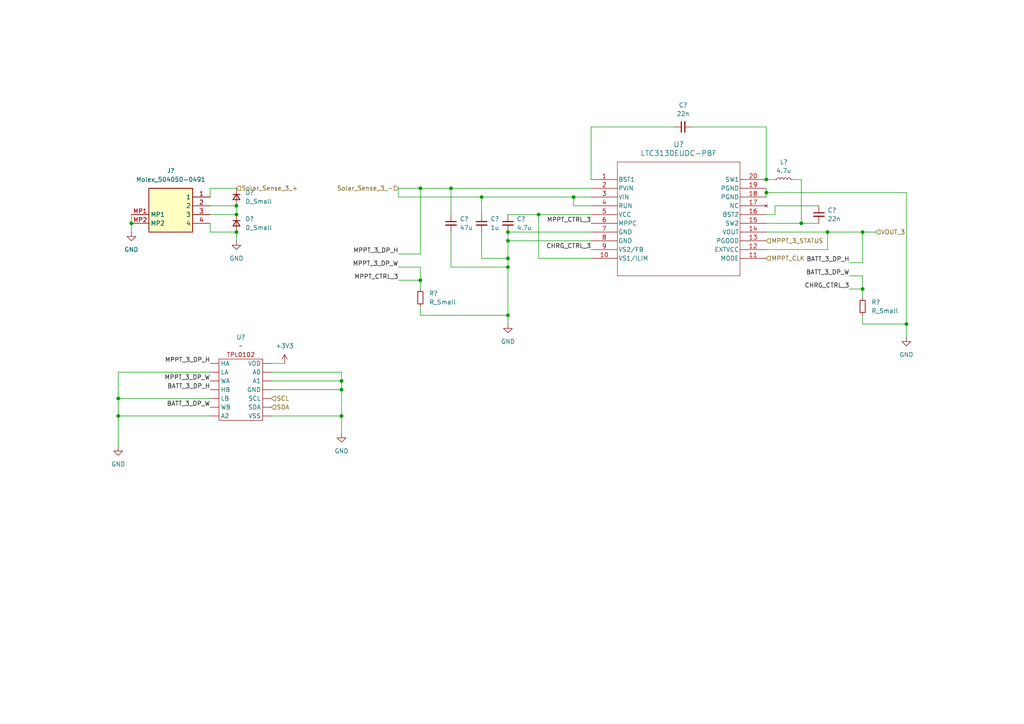
<source format=kicad_sch>
(kicad_sch (version 20231120) (generator "eeschema") (generator_version "8.0")
  (paper "A4")
  (lib_symbols
    (symbol "Device:C_Small" (pin_numbers hide) (pin_names (offset 0.254) hide)
      (property "Reference" "C" (at 0.254 1.778 0))
      (property "Value" "C_Small" (at 0.254 -2.032 0))
      (symbol "C_Small_0_1"
        (polyline (pts (xy -1.524 -0.508) (xy 1.524 -0.508)) (stroke (width 0.3302)))
        (polyline (pts (xy -1.524 0.508) (xy 1.524 0.508)) (stroke (width 0.3048)))
      )
      (symbol "C_Small_1_1"
        (pin passive line (at 0 2.54 270) (length 2.032) (name "~") (number "1"))
        (pin passive line (at 0 -2.54 90) (length 2.032) (name "~") (number "2"))
      )
    )
    (symbol "Device:D_Small" (pin_numbers hide) (pin_names (offset 0.254) hide)
      (property "Reference" "D" (at -1.27 2.032 0))
      (property "Value" "D_Small" (at -3.81 -2.032 0))
      (symbol "D_Small_0_1"
        (polyline (pts (xy -0.762 -1.016) (xy -0.762 1.016)) (stroke (width 0.254)))
        (polyline (pts (xy -0.762 0) (xy 0.762 0)))
        (polyline (pts (xy 0.762 -1.016) (xy -0.762 0) (xy 0.762 1.016) (xy 0.762 -1.016)) (stroke (width 0.254)))
      )
      (symbol "D_Small_1_1"
        (pin passive line (at -2.54 0 0) (length 1.778) (name "K") (number "1"))
        (pin passive line (at 2.54 0 180) (length 1.778) (name "A") (number "2"))
      )
    )
    (symbol "Device:L_Small" (pin_numbers hide) (pin_names (offset 0.254) hide)
      (property "Reference" "L" (at 0.762 1.016 0))
      (property "Value" "L_Small" (at 0.762 -1.016 0))
      (symbol "L_Small_0_1"
        (arc (start 0 -2.032) (mid 0.5058 -1.524) (end 0 -1.016))
        (arc (start 0 -1.016) (mid 0.5058 -0.508) (end 0 0))
        (arc (start 0 0) (mid 0.5058 0.508) (end 0 1.016))
        (arc (start 0 1.016) (mid 0.5058 1.524) (end 0 2.032))
      )
      (symbol "L_Small_1_1"
        (pin passive line (at 0 2.54 270) (length 0.508) (name "~") (number "1"))
        (pin passive line (at 0 -2.54 90) (length 0.508) (name "~") (number "2"))
      )
    )
    (symbol "Device:R_Small" (pin_numbers hide) (pin_names (offset 0.254) hide)
      (property "Reference" "R" (at 0.762 0.508 0))
      (property "Value" "R_Small" (at 0.762 -1.016 0))
      (symbol "R_Small_0_1"
        (rectangle (start -0.762 1.778) (end 0.762 -1.778) (stroke (width 0.2032)))
      )
      (symbol "R_Small_1_1"
        (pin passive line (at 0 2.54 270) (length 0.762) (name "~") (number "1"))
        (pin passive line (at 0 -2.54 90) (length 0.762) (name "~") (number "2"))
      )
    )
    (symbol "LTC3130:LTC3130EUDC-PBF" (pin_names (offset 0.254))
      (property "Reference" "U" (at 25.4 10.16 0))
      (property "Value" "LTC3130EUDC-PBF" (at 25.4 7.62 0))
      (symbol "LTC3130EUDC-PBF_0_1"
        (polyline (pts (xy 7.62 -27.94) (xy 43.18 -27.94)) (stroke (width 0.127)))
        (polyline (pts (xy 7.62 5.08) (xy 7.62 -27.94)) (stroke (width 0.127)))
        (polyline (pts (xy 43.18 -27.94) (xy 43.18 5.08)) (stroke (width 0.127)))
        (polyline (pts (xy 43.18 5.08) (xy 7.62 5.08)) (stroke (width 0.127)))
        (pin unspecified line (at 0 0 0) (length 7.62) (name "BST1") (number "1"))
        (pin bidirectional line (at 0 -22.86 0) (length 7.62) (name "VS1/ILIM") (number "10"))
        (pin unspecified line (at 50.8 -22.86 180) (length 7.62) (name "MODE") (number "11"))
        (pin input line (at 50.8 -20.32 180) (length 7.62) (name "EXTVCC") (number "12"))
        (pin output line (at 50.8 -17.78 180) (length 7.62) (name "PGOOD") (number "13"))
        (pin output line (at 50.8 -15.24 180) (length 7.62) (name "VOUT") (number "14"))
        (pin unspecified line (at 50.8 -12.7 180) (length 7.62) (name "SW2") (number "15"))
        (pin unspecified line (at 50.8 -10.16 180) (length 7.62) (name "BST2") (number "16"))
        (pin no_connect line (at 50.8 -7.62 180) (length 7.62) (name "NC") (number "17"))
        (pin power_out line (at 50.8 -5.08 180) (length 7.62) (name "PGND") (number "18"))
        (pin power_out line (at 50.8 -2.54 180) (length 7.62) (name "PGND") (number "19"))
        (pin input line (at 0 -2.54 0) (length 7.62) (name "PVIN") (number "2"))
        (pin unspecified line (at 50.8 0 180) (length 7.62) (name "SW1") (number "20"))
        (pin input line (at 0 -5.08 0) (length 7.62) (name "VIN") (number "3"))
        (pin input line (at 0 -7.62 0) (length 7.62) (name "RUN") (number "4"))
        (pin power_in line (at 0 -10.16 0) (length 7.62) (name "VCC") (number "5"))
        (pin unspecified line (at 0 -12.7 0) (length 7.62) (name "MPPC") (number "6"))
        (pin power_out line (at 0 -15.24 0) (length 7.62) (name "GND") (number "7"))
        (pin power_out line (at 0 -17.78 0) (length 7.62) (name "GND") (number "8"))
        (pin bidirectional line (at 0 -20.32 0) (length 7.62) (name "VS2/FB") (number "9"))
      )
    )
    (symbol "power:+3V3" (power) (pin_numbers hide) (pin_names (offset 0) hide)
      (property "Value" "+3V3" (at 0 3.556 0))
      (symbol "+3V3_0_1"
        (polyline (pts (xy -0.762 1.27) (xy 0 2.54)))
        (polyline (pts (xy 0 0) (xy 0 2.54)))
        (polyline (pts (xy 0 2.54) (xy 0.762 1.27)))
      )
      (symbol "+3V3_1_1"
        (pin power_in line (at 0 0 90) (length 0) (name "~") (number "1"))
      )
    )
    (symbol "power:GND" (power) (pin_numbers hide) (pin_names (offset 0) hide)
      (property "Value" "GND" (at 0 -3.81 0))
      (symbol "GND_0_1"
        (polyline (pts (xy 0 0) (xy 0 -1.27) (xy 1.27 -1.27) (xy 0 -2.54) (xy -1.27 -1.27) (xy 0 -1.27)))
      )
      (symbol "GND_1_1"
        (pin power_in line (at 0 0 270) (length 0) (name "~") (number "1"))
      )
    )
    (symbol "power_board_symbols:TPL0102"
      (property "Reference" "U" (at 0 0 0))
      (symbol "TPL0102_0_1"
        (rectangle (start -6.35 8.89) (end 6.35 -8.89))
      )
      (symbol "TPL0102_1_1"
        (text "TPL0102" (at 0 10.16 0) (effects (font (size 1.27 1.27))))
        (pin input line (at 8.89 5.08 180) (length 2.54) (name "A0") (number ""))
        (pin input line (at 8.89 2.54 180) (length 2.54) (name "A1") (number ""))
        (pin output line (at -8.89 -7.62 0) (length 2.54) (name "A2") (number ""))
        (pin input line (at 8.89 0 180) (length 2.54) (name "GND") (number ""))
        (pin input line (at -8.89 7.62 0) (length 2.54) (name "HA") (number ""))
        (pin input line (at -8.89 0 0) (length 2.54) (name "HB") (number ""))
        (pin output line (at -8.89 5.08 0) (length 2.54) (name "LA") (number ""))
        (pin output line (at -8.89 -2.54 0) (length 2.54) (name "LB") (number ""))
        (pin input line (at 8.89 -2.54 180) (length 2.54) (name "SCL") (number ""))
        (pin output line (at 8.89 -5.08 180) (length 2.54) (name "SDA") (number ""))
        (pin input line (at 8.89 7.62 180) (length 2.54) (name "VDD") (number ""))
        (pin input line (at 8.89 -7.62 180) (length 2.54) (name "VSS") (number ""))
        (pin output line (at -8.89 2.54 0) (length 2.54) (name "WA") (number ""))
        (pin output line (at -8.89 -5.08 0) (length 2.54) (name "WB") (number ""))
      )
    )
    (symbol "tvsc_symbols:Molex_504050-0491"
      (property "Reference" "J" (at 19.05 7.62 0))
      (property "Value" "Molex_504050-0491" (at 19.05 5.08 0))
      (symbol "Molex_504050-0491_1_1"
        (rectangle (start 5.08 2.54) (end 17.78 -10.16) (stroke (width 0.254)) (fill (type background)))
        (pin passive line (at 0 -7.62 0) (length 5.08) (name "1") (number "1"))
        (pin passive line (at 0 -5.08 0) (length 5.08) (name "2") (number "2"))
        (pin passive line (at 0 -2.54 0) (length 5.08) (name "3") (number "3"))
        (pin passive line (at 0 0 0) (length 5.08) (name "4") (number "4"))
        (pin passive line (at 22.86 -2.54 180) (length 5.08) (name "MP1") (number "MP1"))
        (pin passive line (at 22.86 0 180) (length 5.08) (name "MP2") (number "MP2"))
      )
    )
  )
  (junction (at 99.06 120.65))
  (junction (at 262.89 93.98))
  (junction (at 250.19 67.31))
  (junction (at 250.19 83.82))
  (junction (at 99.06 110.49))
  (junction (at 38.1 64.77))
  (junction (at 147.32 74.93))
  (junction (at 68.58 67.31))
  (junction (at 240.03 67.31))
  (junction (at 222.25 55.88))
  (junction (at 147.32 67.31))
  (junction (at 139.7 57.15))
  (junction (at 121.92 81.28))
  (junction (at 147.32 77.47))
  (junction (at 147.32 91.44))
  (junction (at 156.21 62.23))
  (junction (at 222.25 52.07))
  (junction (at 68.58 59.69))
  (junction (at 34.29 120.65))
  (junction (at 99.06 113.03))
  (junction (at 34.29 115.57))
  (junction (at 68.58 62.23))
  (junction (at 147.32 69.85))
  (junction (at 121.92 54.61))
  (junction (at 232.41 64.77))
  (junction (at 130.81 54.61))
  (junction (at 166.37 57.15))
  (wire (pts (xy 34.29 120.65) (xy 60.96 120.65)))
  (wire (pts (xy 139.7 74.93) (xy 147.32 74.93)))
  (wire (pts (xy 250.19 67.31) (xy 240.03 67.31)))
  (wire (pts (xy 156.21 62.23) (xy 171.45 62.23)))
  (wire (pts (xy 222.25 55.88) (xy 222.25 57.15)))
  (wire (pts (xy 115.57 57.15) (xy 139.7 57.15)))
  (wire (pts (xy 115.57 77.47) (xy 121.92 77.47)))
  (wire (pts (xy 246.38 80.01) (xy 250.19 80.01)))
  (wire (pts (xy 147.32 62.23) (xy 156.21 62.23)))
  (wire (pts (xy 224.79 52.07) (xy 222.25 52.07)))
  (wire (pts (xy 147.32 77.47) (xy 147.32 74.93)))
  (wire (pts (xy 115.57 57.15) (xy 115.57 54.61)))
  (wire (pts (xy 250.19 67.31) (xy 250.19 76.2)))
  (wire (pts (xy 147.32 74.93) (xy 147.32 69.85)))
  (wire (pts (xy 38.1 62.23) (xy 38.1 64.77)))
  (wire (pts (xy 222.25 36.83) (xy 222.25 52.07)))
  (wire (pts (xy 250.19 80.01) (xy 250.19 83.82)))
  (wire (pts (xy 34.29 115.57) (xy 34.29 107.95)))
  (wire (pts (xy 121.92 77.47) (xy 121.92 81.28)))
  (wire (pts (xy 139.7 67.31) (xy 139.7 74.93)))
  (wire (pts (xy 224.79 59.69) (xy 224.79 62.23)))
  (wire (pts (xy 68.58 59.69) (xy 68.58 62.23)))
  (wire (pts (xy 68.58 67.31) (xy 68.58 69.85)))
  (wire (pts (xy 99.06 107.95) (xy 99.06 110.49)))
  (wire (pts (xy 34.29 115.57) (xy 60.96 115.57)))
  (wire (pts (xy 99.06 120.65) (xy 99.06 125.73)))
  (wire (pts (xy 115.57 73.66) (xy 121.92 73.66)))
  (wire (pts (xy 99.06 113.03) (xy 99.06 120.65)))
  (wire (pts (xy 166.37 59.69) (xy 166.37 57.15)))
  (wire (pts (xy 262.89 55.88) (xy 262.89 93.98)))
  (wire (pts (xy 171.45 36.83) (xy 171.45 52.07)))
  (wire (pts (xy 166.37 57.15) (xy 171.45 57.15)))
  (wire (pts (xy 68.58 54.61) (xy 60.96 54.61)))
  (wire (pts (xy 34.29 129.54) (xy 34.29 120.65)))
  (wire (pts (xy 130.81 77.47) (xy 147.32 77.47)))
  (wire (pts (xy 254 67.31) (xy 250.19 67.31)))
  (wire (pts (xy 147.32 67.31) (xy 171.45 67.31)))
  (wire (pts (xy 60.96 67.31) (xy 60.96 64.77)))
  (wire (pts (xy 200.66 36.83) (xy 222.25 36.83)))
  (wire (pts (xy 262.89 93.98) (xy 262.89 97.79)))
  (wire (pts (xy 246.38 76.2) (xy 250.19 76.2)))
  (wire (pts (xy 222.25 72.39) (xy 240.03 72.39)))
  (wire (pts (xy 139.7 62.23) (xy 139.7 57.15)))
  (wire (pts (xy 224.79 62.23) (xy 222.25 62.23)))
  (wire (pts (xy 68.58 67.31) (xy 60.96 67.31)))
  (wire (pts (xy 78.74 120.65) (xy 99.06 120.65)))
  (wire (pts (xy 115.57 81.28) (xy 121.92 81.28)))
  (wire (pts (xy 130.81 62.23) (xy 130.81 54.61)))
  (wire (pts (xy 240.03 67.31) (xy 222.25 67.31)))
  (wire (pts (xy 121.92 91.44) (xy 147.32 91.44)))
  (wire (pts (xy 99.06 110.49) (xy 99.06 113.03)))
  (wire (pts (xy 246.38 83.82) (xy 250.19 83.82)))
  (wire (pts (xy 78.74 105.41) (xy 82.55 105.41)))
  (wire (pts (xy 237.49 64.77) (xy 232.41 64.77)))
  (wire (pts (xy 250.19 93.98) (xy 262.89 93.98)))
  (wire (pts (xy 237.49 59.69) (xy 224.79 59.69)))
  (wire (pts (xy 147.32 69.85) (xy 147.32 67.31)))
  (wire (pts (xy 222.25 55.88) (xy 262.89 55.88)))
  (wire (pts (xy 240.03 72.39) (xy 240.03 67.31)))
  (wire (pts (xy 130.81 54.61) (xy 171.45 54.61)))
  (wire (pts (xy 38.1 64.77) (xy 38.1 67.31)))
  (wire (pts (xy 232.41 64.77) (xy 232.41 52.07)))
  (wire (pts (xy 34.29 120.65) (xy 34.29 115.57)))
  (wire (pts (xy 147.32 77.47) (xy 147.32 91.44)))
  (wire (pts (xy 78.74 110.49) (xy 99.06 110.49)))
  (wire (pts (xy 147.32 91.44) (xy 147.32 93.98)))
  (wire (pts (xy 156.21 74.93) (xy 156.21 62.23)))
  (wire (pts (xy 222.25 64.77) (xy 232.41 64.77)))
  (wire (pts (xy 34.29 107.95) (xy 60.96 107.95)))
  (wire (pts (xy 130.81 67.31) (xy 130.81 77.47)))
  (wire (pts (xy 115.57 54.61) (xy 121.92 54.61)))
  (wire (pts (xy 250.19 83.82) (xy 250.19 86.36)))
  (wire (pts (xy 121.92 81.28) (xy 121.92 83.82)))
  (wire (pts (xy 147.32 69.85) (xy 171.45 69.85)))
  (wire (pts (xy 171.45 74.93) (xy 156.21 74.93)))
  (wire (pts (xy 171.45 59.69) (xy 166.37 59.69)))
  (wire (pts (xy 78.74 107.95) (xy 99.06 107.95)))
  (wire (pts (xy 222.25 54.61) (xy 222.25 55.88)))
  (wire (pts (xy 232.41 52.07) (xy 229.87 52.07)))
  (wire (pts (xy 250.19 91.44) (xy 250.19 93.98)))
  (wire (pts (xy 121.92 54.61) (xy 121.92 73.66)))
  (wire (pts (xy 139.7 57.15) (xy 166.37 57.15)))
  (wire (pts (xy 60.96 59.69) (xy 68.58 59.69)))
  (wire (pts (xy 121.92 88.9) (xy 121.92 91.44)))
  (wire (pts (xy 78.74 113.03) (xy 99.06 113.03)))
  (wire (pts (xy 60.96 54.61) (xy 60.96 57.15)))
  (wire (pts (xy 60.96 62.23) (xy 68.58 62.23)))
  (wire (pts (xy 195.58 36.83) (xy 171.45 36.83)))
  (wire (pts (xy 121.92 54.61) (xy 130.81 54.61)))
  (label "BATT_3_DP_H" (at 60.96 113.03 180))
  (label "CHRG_CTRL_3" (at 171.45 72.39 180))
  (label "MPPT_3_DP_H" (at 60.96 105.41 180))
  (label "BATT_3_DP_W" (at 246.38 80.01 180))
  (label "MPPT_CTRL_3" (at 171.45 64.77 180))
  (label "BATT_3_DP_W" (at 60.96 118.11 180))
  (label "MPPT_3_DP_W" (at 115.57 77.47 180))
  (label "MPPT_3_DP_H" (at 115.57 73.66 180))
  (label "MPPT_3_DP_W" (at 60.96 110.49 180))
  (label "BATT_3_DP_H" (at 246.38 76.2 180))
  (label "CHRG_CTRL_3" (at 246.38 83.82 180))
  (label "MPPT_CTRL_3" (at 115.57 81.28 180))
  (hierarchical_label "Solar_Sense_3_-" (shape input) (at 115.57 54.61 180))
  (hierarchical_label "MPPT_3_STATUS" (shape input) (at 222.25 69.85 0))
  (hierarchical_label "SDA" (shape input) (at 78.74 118.11 0))
  (hierarchical_label "MPPT_CLK" (shape input) (at 222.25 74.93 0))
  (hierarchical_label "VOUT_3" (shape input) (at 254 67.31 0))
  (hierarchical_label "SCL" (shape input) (at 78.74 115.57 0))
  (hierarchical_label "Solar_Sense_3_+" (shape input) (at 68.58 54.61 0))
  (symbol (lib_id "tvsc_symbols:Molex_504050-0491") (at 60.96 64.77 180) (unit 1)
    (property "Reference" "J?" (at 49.53 49.53 0))
    (property "Value" "Molex_504050-0491" (at 49.53 52.07 0))
    (property "Footprint" "footprints:Molex_504050-0491" (effects (hide yes)))
    (property "Datasheet" "http://www.molex.com/pdm_docs/sd/5040500491_sd.pdf" (effects (hide yes)))
    (property "Description" "4-pin Pico-Lock Header" (effects (hide yes)))
    (property "Manufacturer" "Molex" (effects (hide yes)))
    (property "Manufacturer Part Number" "504050-0491" (effects (hide yes)))
    (property "MPN" "C177235" (effects (hide yes)))
  )
  (symbol (lib_id "power:GND") (at 68.58 69.85 0) (unit 1)
    (property "Reference" "#PWR084" (effects (hide yes)))
    (property "Value" "GND" (at 68.58 74.93 0))
    (property "Description" "Power symbol creates a global label with name \"GND\" , ground" (effects (hide yes)))
  )
  (symbol (lib_id "power:GND") (at 34.29 129.54 0) (unit 1)
    (property "Reference" "#PWR012" (effects (hide yes)))
    (property "Value" "GND" (at 34.29 134.62 0))
    (property "Description" "Power symbol creates a global label with name \"GND\" , ground" (effects (hide yes)))
  )
  (symbol (lib_id "Device:D_Small") (at 68.58 57.15 270) (unit 1)
    (property "Reference" "D?" (at 71.12 55.8799 90) (effects (justify left)))
    (property "Value" "D_Small" (at 71.12 58.4199 90) (effects (justify left)))
    (property "Description" "Diode, small symbol" (effects (hide yes)))
    (property "Sim.Device" "D" (effects (hide yes)))
    (property "Sim.Pins" "1=K 2=A" (effects (hide yes)))
  )
  (symbol (lib_id "Device:D_Small") (at 68.58 64.77 270) (unit 1)
    (property "Reference" "D?" (at 71.12 63.4999 90) (effects (justify left)))
    (property "Value" "D_Small" (at 71.12 66.0399 90) (effects (justify left)))
    (property "Description" "Diode, small symbol" (effects (hide yes)))
    (property "Sim.Device" "D" (effects (hide yes)))
    (property "Sim.Pins" "1=K 2=A" (effects (hide yes)))
  )
  (symbol (lib_id "power:GND") (at 147.32 93.98 0) (unit 1)
    (property "Reference" "#PWR087" (effects (hide yes)))
    (property "Value" "GND" (at 147.32 99.06 0))
    (property "Description" "Power symbol creates a global label with name \"GND\" , ground" (effects (hide yes)))
  )
  (symbol (lib_id "Device:C_Small") (at 130.81 64.77 0) (unit 1)
    (property "Reference" "C?" (at 133.35 63.5062 0) (effects (justify left)))
    (property "Value" "47u" (at 133.35 66.0462 0) (effects (justify left)))
    (property "Description" "Unpolarized capacitor, small symbol" (effects (hide yes)))
  )
  (symbol (lib_id "power:GND") (at 38.1 67.31 0) (unit 1)
    (property "Reference" "#PWR083" (effects (hide yes)))
    (property "Value" "GND" (at 38.1 72.39 0))
    (property "Description" "Power symbol creates a global label with name \"GND\" , ground" (effects (hide yes)))
  )
  (symbol (lib_id "power:GND") (at 262.89 97.79 0) (unit 1)
    (property "Reference" "#PWR088" (effects (hide yes)))
    (property "Value" "GND" (at 262.89 102.87 0))
    (property "Description" "Power symbol creates a global label with name \"GND\" , ground" (effects (hide yes)))
  )
  (symbol (lib_id "Device:C_Small") (at 237.49 62.23 0) (unit 1)
    (property "Reference" "C?" (at 240.03 60.9662 0) (effects (justify left)))
    (property "Value" "22n" (at 240.03 63.5062 0) (effects (justify left)))
    (property "Description" "Unpolarized capacitor, small symbol" (effects (hide yes)))
  )
  (symbol (lib_id "Device:C_Small") (at 139.7 64.77 0) (unit 1)
    (property "Reference" "C?" (at 142.24 63.5062 0) (effects (justify left)))
    (property "Value" "1u" (at 142.24 66.0462 0) (effects (justify left)))
    (property "Description" "Unpolarized capacitor, small symbol" (effects (hide yes)))
  )
  (symbol (lib_id "LTC3130:LTC3130EUDC-PBF") (at 171.45 52.07 0) (unit 1)
    (property "Reference" "U?" (at 196.85 41.91 0) (effects (font (size 1.524 1.524))))
    (property "Value" "LTC3130EUDC-PBF" (at 196.85 44.45 0) (effects (font (size 1.524 1.524))))
    (property "Footprint" "UDC_20_ADI" (effects (hide yes)))
    (property "Datasheet" "LTC3130EUDC-PBF" (effects (hide yes)))
  )
  (symbol (lib_id "Device:R_Small") (at 250.19 88.9 0) (unit 1)
    (property "Reference" "R?" (at 252.73 87.6299 0) (effects (justify left)))
    (property "Value" "R_Small" (at 252.73 90.1699 0) (effects (justify left)))
    (property "Description" "Resistor, small symbol" (effects (hide yes)))
  )
  (symbol (lib_id "power:+3V3") (at 82.55 105.41 0) (unit 1)
    (property "Reference" "#PWR085" (effects (hide yes)))
    (property "Value" "+3V3" (at 82.55 100.33 0))
    (property "Description" "Power symbol creates a global label with name \"+3V3\"" (effects (hide yes)))
  )
  (symbol (lib_id "Device:C_Small") (at 147.32 64.77 0) (unit 1)
    (property "Reference" "C?" (at 149.86 63.5062 0) (effects (justify left)))
    (property "Value" "4.7u" (at 149.86 66.0462 0) (effects (justify left)))
    (property "Description" "Unpolarized capacitor, small symbol" (effects (hide yes)))
  )
  (symbol (lib_id "Device:C_Small") (at 198.12 36.83 90) (unit 1)
    (property "Reference" "C?" (at 198.1263 30.48 90))
    (property "Value" "22n" (at 198.1263 33.02 90))
    (property "Description" "Unpolarized capacitor, small symbol" (effects (hide yes)))
  )
  (symbol (lib_id "power_board_symbols:TPL0102") (at 69.85 113.03 0) (unit 1)
    (property "Reference" "U?" (at 69.85 97.79 0))
    (property "Value" "~" (at 69.85 100.33 0))
  )
  (symbol (lib_id "Device:R_Small") (at 121.92 86.36 0) (unit 1)
    (property "Reference" "R?" (at 124.46 85.0899 0) (effects (justify left)))
    (property "Value" "R_Small" (at 124.46 87.6299 0) (effects (justify left)))
    (property "Description" "Resistor, small symbol" (effects (hide yes)))
  )
  (symbol (lib_id "Device:L_Small") (at 227.33 52.07 90) (unit 1)
    (property "Reference" "L?" (at 227.33 46.99 90))
    (property "Value" "4.7u" (at 227.33 49.53 90))
    (property "Description" "Inductor, small symbol" (effects (hide yes)))
  )
  (symbol (lib_id "power:GND") (at 99.06 125.73 0) (unit 1)
    (property "Reference" "#PWR086" (effects (hide yes)))
    (property "Value" "GND" (at 99.06 130.81 0))
    (property "Description" "Power symbol creates a global label with name \"GND\" , ground" (effects (hide yes)))
  )
)
</source>
